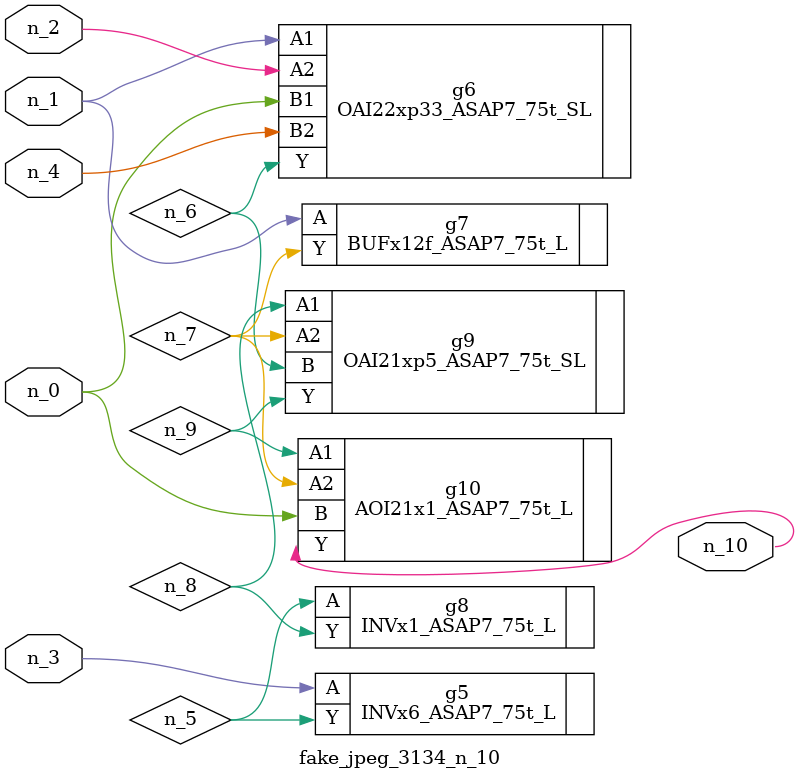
<source format=v>
module fake_jpeg_3134_n_10 (n_3, n_2, n_1, n_0, n_4, n_10);

input n_3;
input n_2;
input n_1;
input n_0;
input n_4;

output n_10;

wire n_8;
wire n_9;
wire n_6;
wire n_5;
wire n_7;

INVx6_ASAP7_75t_L g5 ( 
.A(n_3),
.Y(n_5)
);

OAI22xp33_ASAP7_75t_SL g6 ( 
.A1(n_1),
.A2(n_2),
.B1(n_0),
.B2(n_4),
.Y(n_6)
);

BUFx12f_ASAP7_75t_L g7 ( 
.A(n_1),
.Y(n_7)
);

INVx1_ASAP7_75t_L g8 ( 
.A(n_5),
.Y(n_8)
);

OAI21xp5_ASAP7_75t_SL g9 ( 
.A1(n_8),
.A2(n_7),
.B(n_6),
.Y(n_9)
);

AOI21x1_ASAP7_75t_L g10 ( 
.A1(n_9),
.A2(n_7),
.B(n_0),
.Y(n_10)
);


endmodule
</source>
